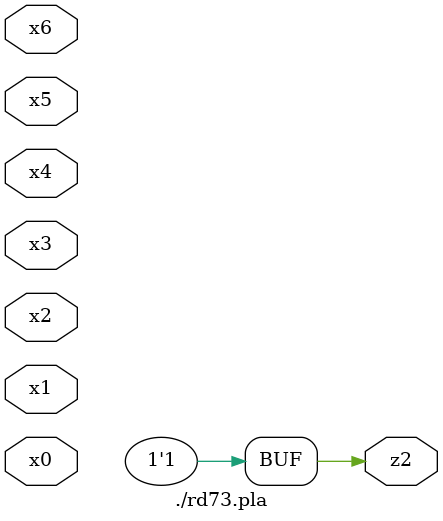
<source format=v>

module \./rd73.pla  ( 
    x0, x1, x2, x3, x4, x5, x6,
    z2  );
  input  x0, x1, x2, x3, x4, x5, x6;
  output z2;
  assign z2 = 1'b1;
endmodule



</source>
